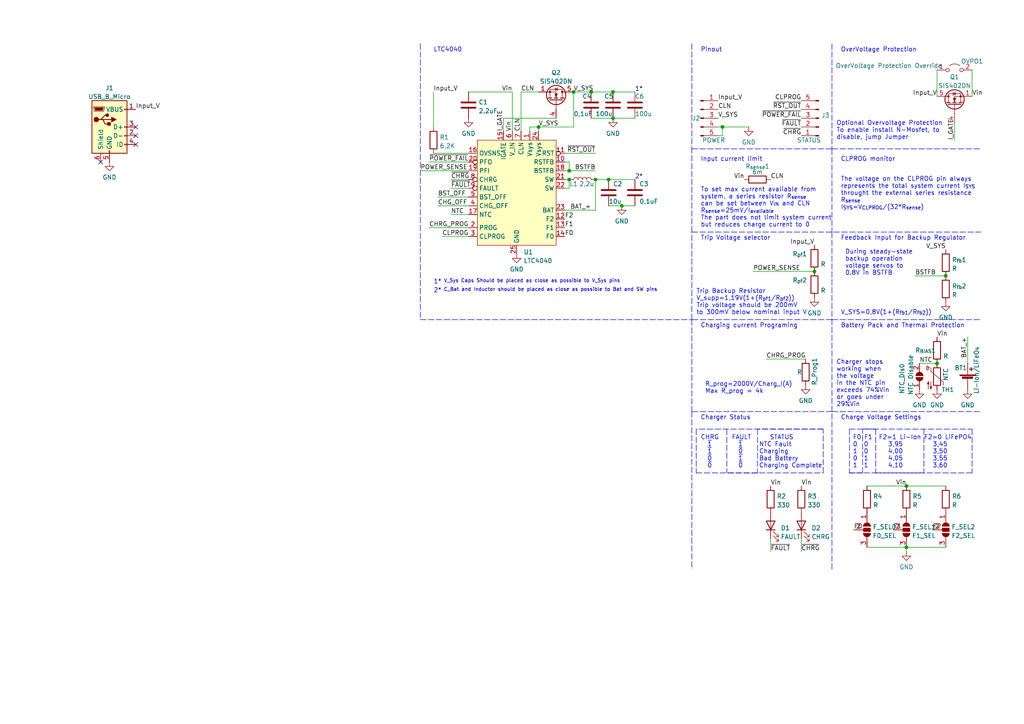
<source format=kicad_sch>
(kicad_sch (version 20211123) (generator eeschema)
  (paper "A4")
  (title_block (title "3,5 V to 5,5 V DC UPS LTC4040") (date "2022-02-22") (rev "1"))
  (lib_symbols
    (symbol "Analog_Devices:LTC4040"
      (property "Reference" "U" (at 0 2.54 0))
      (property "Value" "LTC4040" (at 0 -6.35 0))
      (symbol "LTC4040_0_1"
        (rectangle (start -11.43 15.24) (end 11.43 -15.24) (stroke (width 0.1524)) (fill (type background)))
      )
      (symbol "LTC4040_1_1"
        (pin output line (at 3.81 17.78 270) (length 2.54) (name "Vsys") (number "1"))
        (pin input line (at 13.97 8.89 180) (length 2.54) (name "RSTFB") (number "10"))
        (pin open_collector inverted (at 13.97 11.43 180) (length 2.54) (name "RST") (number "11"))
        (pin passive line (at 13.97 -7.62 180) (length 2.54) (name "F2") (number "12"))
        (pin passive line (at 13.97 -10.16 180) (length 2.54) (name "F1") (number "13"))
        (pin passive line (at 13.97 -12.7 180) (length 2.54) (name "F0") (number "14"))
        (pin output line (at -3.81 17.78 270) (length 2.54) (name "IGATE") (number "15"))
        (pin input line (at -13.97 11.43 0) (length 2.54) (name "OVSNS") (number "16"))
        (pin input line (at -13.97 -6.35 0) (length 2.54) (name "NTC") (number "17"))
        (pin input line (at 13.97 6.35 180) (length 2.54) (name "BSTFB") (number "18"))
        (pin input line (at -13.97 6.35 0) (length 2.54) (name "PFI") (number "19"))
        (pin input line (at -13.97 -10.16 0) (length 2.54) (name "PROG") (number "2"))
        (pin output inverted (at -13.97 8.89 0) (length 2.54) (name "PFO") (number "20"))
        (pin output line (at 13.97 3.81 180) (length 2.54) (name "SW") (number "21"))
        (pin output line (at 13.97 1.27 180) (length 2.54) (name "SW") (number "22"))
        (pin bidirectional line (at 13.97 -5.08 180) (length 2.54) (name "BAT") (number "23"))
        (pin output line (at 6.35 17.78 270) (length 2.54) (name "Vsys") (number "24"))
        (pin passive line (at 0 -17.78 90) (length 2.54) (name "GND") (number "25"))
        (pin input line (at -13.97 -12.7 0) (length 2.54) (name "CLPROG") (number "3"))
        (pin input line (at -13.97 -3.81 0) (length 2.54) (name "CHG_OFF") (number "4"))
        (pin input line (at -13.97 -1.27 0) (length 2.54) (name "BST_OFF") (number "5"))
        (pin power_in line (at -1.27 17.78 270) (length 2.54) (name "V_IN") (number "6"))
        (pin passive line (at 1.27 17.78 270) (length 2.54) (name "CLN") (number "7"))
        (pin open_collector inverted (at -13.97 3.81 0) (length 2.54) (name "CHRG") (number "8"))
        (pin open_collector inverted (at -13.97 1.27 0) (length 2.54) (name "FAULT") (number "9"))
      )
    )
    (symbol "Connector:Conn_01x05_Male" (pin_names (offset 1.016) hide)
      (property "Reference" "J" (at 0 7.62 0))
      (property "Value" "Conn_01x05_Male" (at 0 -7.62 0))
      (symbol "Conn_01x05_Male_1_1"
        (polyline (pts (xy 1.27 -5.08) (xy 0.8636 -5.08)) (stroke (width 0.1524)))
        (polyline (pts (xy 1.27 -2.54) (xy 0.8636 -2.54)) (stroke (width 0.1524)))
        (polyline (pts (xy 1.27 0) (xy 0.8636 0)) (stroke (width 0.1524)))
        (polyline (pts (xy 1.27 2.54) (xy 0.8636 2.54)) (stroke (width 0.1524)))
        (polyline (pts (xy 1.27 5.08) (xy 0.8636 5.08)) (stroke (width 0.1524)))
        (rectangle (start 0.8636 -4.953) (end 0 -5.207) (stroke (width 0.1524)) (fill (type outline)))
        (rectangle (start 0.8636 -2.413) (end 0 -2.667) (stroke (width 0.1524)) (fill (type outline)))
        (rectangle (start 0.8636 0.127) (end 0 -0.127) (stroke (width 0.1524)) (fill (type outline)))
        (rectangle (start 0.8636 2.667) (end 0 2.413) (stroke (width 0.1524)) (fill (type outline)))
        (rectangle (start 0.8636 5.207) (end 0 4.953) (stroke (width 0.1524)) (fill (type outline)))
        (pin passive line (at 5.08 5.08 180) (length 3.81) (name "Pin_1") (number "1"))
        (pin passive line (at 5.08 2.54 180) (length 3.81) (name "Pin_2") (number "2"))
        (pin passive line (at 5.08 0 180) (length 3.81) (name "Pin_3") (number "3"))
        (pin passive line (at 5.08 -2.54 180) (length 3.81) (name "Pin_4") (number "4"))
        (pin passive line (at 5.08 -5.08 180) (length 3.81) (name "Pin_5") (number "5"))
      )
    )
    (symbol "Connector:USB_B_Micro" (pin_names (offset 1.016))
      (property "Reference" "J" (at -5.08 11.43 0))
      (property "Value" "USB_B_Micro" (at -5.08 8.89 0))
      (symbol "USB_B_Micro_0_1"
        (rectangle (start -5.08 -7.62) (end 5.08 7.62) (stroke (width 0.254)) (fill (type background)))
        (circle (center -3.81 2.159) (radius 0.635) (stroke (width 0.254)) (fill (type outline)))
        (circle (center -0.635 3.429) (radius 0.381) (stroke (width 0.254)) (fill (type outline)))
        (rectangle (start -0.127 -7.62) (end 0.127 -6.858))
        (polyline (pts (xy -1.905 2.159) (xy 0.635 2.159)) (stroke (width 0.254)))
        (polyline (pts (xy -3.175 2.159) (xy -2.54 2.159) (xy -1.27 3.429) (xy -0.635 3.429)) (stroke (width 0.254)))
        (polyline (pts (xy -2.54 2.159) (xy -1.905 2.159) (xy -1.27 0.889) (xy 0 0.889)) (stroke (width 0.254)))
        (polyline (pts (xy 0.635 2.794) (xy 0.635 1.524) (xy 1.905 2.159) (xy 0.635 2.794)) (stroke (width 0.254)) (fill (type outline)))
        (polyline (pts (xy -4.318 5.588) (xy -1.778 5.588) (xy -2.032 4.826) (xy -4.064 4.826) (xy -4.318 5.588)) (fill (type outline)))
        (polyline (pts (xy -4.699 5.842) (xy -4.699 5.588) (xy -4.445 4.826) (xy -4.445 4.572) (xy -1.651 4.572) (xy -1.651 4.826) (xy -1.397 5.588) (xy -1.397 5.842) (xy -4.699 5.842)))
        (rectangle (start 0.254 1.27) (end -0.508 0.508) (stroke (width 0.254)) (fill (type outline)))
        (rectangle (start 5.08 -5.207) (end 4.318 -4.953))
        (rectangle (start 5.08 -2.667) (end 4.318 -2.413))
        (rectangle (start 5.08 -0.127) (end 4.318 0.127))
        (rectangle (start 5.08 4.953) (end 4.318 5.207))
      )
      (symbol "USB_B_Micro_1_1"
        (pin power_out line (at 7.62 5.08 180) (length 2.54) (name "VBUS") (number "1"))
        (pin bidirectional line (at 7.62 -2.54 180) (length 2.54) (name "D-") (number "2"))
        (pin bidirectional line (at 7.62 0 180) (length 2.54) (name "D+") (number "3"))
        (pin passive line (at 7.62 -5.08 180) (length 2.54) (name "ID") (number "4"))
        (pin power_out line (at 0 -10.16 90) (length 2.54) (name "GND") (number "5"))
        (pin passive line (at -2.54 -10.16 90) (length 2.54) (name "Shield") (number "6"))
      )
    )
    (symbol "Device:Battery_Cell" (pin_numbers hide) (pin_names (offset 0) hide)
      (property "Reference" "BT" (at 2.54 2.54 0))
      (property "Value" "Battery_Cell" (at 2.54 0 0))
      (symbol "Battery_Cell_0_1"
        (rectangle (start -2.286 1.778) (end 2.286 1.524) (fill (type outline)))
        (rectangle (start -1.5748 1.1938) (end 1.4732 0.6858) (fill (type outline)))
        (polyline (pts (xy 0 0.762) (xy 0 0)))
        (polyline (pts (xy 0 1.778) (xy 0 2.54)))
        (polyline (pts (xy 0.508 3.429) (xy 1.524 3.429)) (stroke (width 0.254)))
        (polyline (pts (xy 1.016 3.937) (xy 1.016 2.921)) (stroke (width 0.254)))
      )
      (symbol "Battery_Cell_1_1"
        (pin passive line (at 0 5.08 270) (length 2.54) (name "+") (number "1"))
        (pin passive line (at 0 -2.54 90) (length 2.54) (name "-") (number "2"))
      )
    )
    (symbol "Device:C" (pin_numbers hide) (pin_names (offset 0.254))
      (property "Reference" "C" (at 0.635 2.54 0))
      (property "Value" "C" (at 0.635 -2.54 0))
      (symbol "C_0_1"
        (polyline (pts (xy -2.032 -0.762) (xy 2.032 -0.762)) (stroke (width 0.508)))
        (polyline (pts (xy -2.032 0.762) (xy 2.032 0.762)) (stroke (width 0.508)))
      )
      (symbol "C_1_1"
        (pin passive line (at 0 3.81 270) (length 2.794) (name "~") (number "1"))
        (pin passive line (at 0 -3.81 90) (length 2.794) (name "~") (number "2"))
      )
    )
    (symbol "Device:L" (pin_numbers hide) (pin_names (offset 1.016) hide)
      (property "Reference" "L" (at -1.27 0 90))
      (property "Value" "L" (at 1.905 0 90))
      (symbol "L_0_1"
        (arc (start 0 -2.54) (mid 0.635 -1.905) (end 0 -1.27))
        (arc (start 0 -1.27) (mid 0.635 -0.635) (end 0 0))
        (arc (start 0 0) (mid 0.635 0.635) (end 0 1.27))
        (arc (start 0 1.27) (mid 0.635 1.905) (end 0 2.54))
      )
      (symbol "L_1_1"
        (pin passive line (at 0 3.81 270) (length 1.27) (name "1") (number "1"))
        (pin passive line (at 0 -3.81 90) (length 1.27) (name "2") (number "2"))
      )
    )
    (symbol "Device:LED" (pin_numbers hide) (pin_names (offset 1.016) hide)
      (property "Reference" "D" (at 0 2.54 0))
      (property "Value" "LED" (at 0 -2.54 0))
      (symbol "LED_0_1"
        (polyline (pts (xy -1.27 -1.27) (xy -1.27 1.27)) (stroke (width 0.254)))
        (polyline (pts (xy -1.27 0) (xy 1.27 0)))
        (polyline (pts (xy 1.27 -1.27) (xy 1.27 1.27) (xy -1.27 0) (xy 1.27 -1.27)) (stroke (width 0.254)))
        (polyline (pts (xy -3.048 -0.762) (xy -4.572 -2.286) (xy -3.81 -2.286) (xy -4.572 -2.286) (xy -4.572 -1.524)))
        (polyline (pts (xy -1.778 -0.762) (xy -3.302 -2.286) (xy -2.54 -2.286) (xy -3.302 -2.286) (xy -3.302 -1.524)))
      )
      (symbol "LED_1_1"
        (pin passive line (at -3.81 0 0) (length 2.54) (name "K") (number "1"))
        (pin passive line (at 3.81 0 180) (length 2.54) (name "A") (number "2"))
      )
    )
    (symbol "Device:R" (pin_numbers hide) (pin_names (offset 0))
      (property "Reference" "R" (at 2.032 0 90))
      (property "Value" "R" (at 0 0 90))
      (symbol "R_0_1"
        (rectangle (start -1.016 -2.54) (end 1.016 2.54) (stroke (width 0.254)))
      )
      (symbol "R_1_1"
        (pin passive line (at 0 3.81 270) (length 1.27) (name "~") (number "1"))
        (pin passive line (at 0 -3.81 90) (length 1.27) (name "~") (number "2"))
      )
    )
    (symbol "Device:Thermistor_NTC" (pin_numbers hide) (pin_names (offset 0))
      (property "Reference" "TH" (at -4.445 0 90))
      (property "Value" "Thermistor_NTC" (at 3.175 0 90))
      (symbol "Thermistor_NTC_0_1"
        (arc (start -3.048 2.159) (mid -3.0505 2.3165) (end -3.175 2.413))
        (arc (start -3.048 2.159) (mid -2.9736 1.9794) (end -2.794 1.905))
        (arc (start -3.048 2.794) (mid -2.9736 2.6144) (end -2.794 2.54))
        (arc (start -2.794 1.905) (mid -2.6144 1.9794) (end -2.54 2.159))
        (arc (start -2.794 2.54) (mid -2.434 2.5608) (end -2.159 2.794))
        (arc (start -2.794 3.048) (mid -2.9736 2.9736) (end -3.048 2.794))
        (arc (start -2.54 2.794) (mid -2.6144 2.9736) (end -2.794 3.048))
        (rectangle (start -1.016 2.54) (end 1.016 -2.54) (stroke (width 0.254)))
        (polyline (pts (xy -2.54 2.159) (xy -2.54 2.794)))
        (polyline (pts (xy -1.778 2.54) (xy -1.778 1.524) (xy 1.778 -1.524) (xy 1.778 -2.54)))
        (polyline (pts (xy -2.54 -3.683) (xy -2.54 -1.397) (xy -2.794 -2.159) (xy -2.286 -2.159) (xy -2.54 -1.397) (xy -2.54 -1.651)) (fill (type outline)))
        (polyline (pts (xy -1.778 -1.397) (xy -1.778 -3.683) (xy -2.032 -2.921) (xy -1.524 -2.921) (xy -1.778 -3.683) (xy -1.778 -3.429)) (fill (type outline)))
      )
      (symbol "Thermistor_NTC_1_1"
        (pin passive line (at 0 3.81 270) (length 1.27) (name "~") (number "1"))
        (pin passive line (at 0 -3.81 90) (length 1.27) (name "~") (number "2"))
      )
    )
    (symbol "Jumper:Jumper_2_Open" (pin_names (offset 0) hide)
      (property "Reference" "JP" (at 0 2.794 0))
      (property "Value" "Jumper_2_Open" (at 0 -2.286 0))
      (symbol "Jumper_2_Open_0_0"
        (circle (center -2.032 0) (radius 0.508))
        (circle (center 2.032 0) (radius 0.508))
      )
      (symbol "Jumper_2_Open_0_1"
        (arc (start 1.524 1.27) (mid 0 1.778) (end -1.524 1.27))
      )
      (symbol "Jumper_2_Open_1_1"
        (pin passive line (at -5.08 0 0) (length 2.54) (name "A") (number "1"))
        (pin passive line (at 5.08 0 180) (length 2.54) (name "B") (number "2"))
      )
    )
    (symbol "Jumper:SolderJumper_2_Open" (pin_names (offset 0) hide)
      (property "Reference" "JP" (at 0 2.032 0))
      (property "Value" "SolderJumper_2_Open" (at 0 -2.54 0))
      (symbol "SolderJumper_2_Open_0_1"
        (arc (start -0.254 1.016) (mid -1.27 0) (end -0.254 -1.016))
        (arc (start -0.254 1.016) (mid -1.27 0) (end -0.254 -1.016) (fill (type outline)))
        (polyline (pts (xy -0.254 1.016) (xy -0.254 -1.016)))
        (polyline (pts (xy 0.254 1.016) (xy 0.254 -1.016)))
        (arc (start 0.254 -1.016) (mid 1.27 0) (end 0.254 1.016))
        (arc (start 0.254 -1.016) (mid 1.27 0) (end 0.254 1.016) (fill (type outline)))
      )
      (symbol "SolderJumper_2_Open_1_1"
        (pin passive line (at -3.81 0 0) (length 2.54) (name "A") (number "1"))
        (pin passive line (at 3.81 0 180) (length 2.54) (name "B") (number "2"))
      )
    )
    (symbol "Jumper:SolderJumper_3_Open" (pin_names (offset 0) hide)
      (property "Reference" "JP" (at -2.54 -2.54 0))
      (property "Value" "SolderJumper_3_Open" (at 0 2.794 0))
      (symbol "SolderJumper_3_Open_0_1"
        (arc (start -1.016 1.016) (mid -2.032 0) (end -1.016 -1.016))
        (arc (start -1.016 1.016) (mid -2.032 0) (end -1.016 -1.016) (fill (type outline)))
        (rectangle (start -0.508 1.016) (end 0.508 -1.016) (fill (type outline)))
        (polyline (pts (xy -2.54 0) (xy -2.032 0)))
        (polyline (pts (xy -1.016 1.016) (xy -1.016 -1.016)))
        (polyline (pts (xy 0 -1.27) (xy 0 -1.016)))
        (polyline (pts (xy 1.016 1.016) (xy 1.016 -1.016)))
        (polyline (pts (xy 2.54 0) (xy 2.032 0)))
        (arc (start 1.016 -1.016) (mid 2.032 0) (end 1.016 1.016))
        (arc (start 1.016 -1.016) (mid 2.032 0) (end 1.016 1.016) (fill (type outline)))
      )
      (symbol "SolderJumper_3_Open_1_1"
        (pin passive line (at -5.08 0 0) (length 2.54) (name "A") (number "1"))
        (pin passive line (at 0 -3.81 90) (length 2.54) (name "C") (number "2"))
        (pin passive line (at 5.08 0 180) (length 2.54) (name "B") (number "3"))
      )
    )
    (symbol "Transistor_FET:SiS454DN" (pin_names hide)
      (property "Reference" "Q" (at 5.08 1.905 0))
      (property "Value" "SiS454DN" (at 5.08 0 0))
      (symbol "SiS454DN_0_1"
        (polyline (pts (xy 0.254 0) (xy -2.54 0)))
        (polyline (pts (xy 0.254 1.905) (xy 0.254 -1.905)) (stroke (width 0.254)))
        (polyline (pts (xy 0.762 -1.27) (xy 0.762 -2.286)) (stroke (width 0.254)))
        (polyline (pts (xy 0.762 0.508) (xy 0.762 -0.508)) (stroke (width 0.254)))
        (polyline (pts (xy 0.762 2.286) (xy 0.762 1.27)) (stroke (width 0.254)))
        (polyline (pts (xy 2.54 2.54) (xy 2.54 1.778)))
        (polyline (pts (xy 2.54 -2.54) (xy 2.54 0) (xy 0.762 0)))
        (polyline (pts (xy 0.762 -1.778) (xy 3.302 -1.778) (xy 3.302 1.778) (xy 0.762 1.778)))
        (polyline (pts (xy 1.016 0) (xy 2.032 0.381) (xy 2.032 -0.381) (xy 1.016 0)) (fill (type outline)))
        (polyline (pts (xy 2.794 0.508) (xy 2.921 0.381) (xy 3.683 0.381) (xy 3.81 0.254)))
        (polyline (pts (xy 3.302 0.381) (xy 2.921 -0.254) (xy 3.683 -0.254) (xy 3.302 0.381)))
        (circle (center 1.651 0) (radius 2.794) (stroke (width 0.254)))
        (circle (center 2.54 -1.778) (radius 0.254) (fill (type outline)))
        (circle (center 2.54 1.778) (radius 0.254) (fill (type outline)))
      )
      (symbol "SiS454DN_1_1"
        (pin passive line (at 2.54 -5.08 90) (length 2.54) (name "S") (number "1"))
        (pin passive line (at 2.54 -5.08 90) (length 2.54) hide (name "S") (number "2"))
        (pin passive line (at 2.54 -5.08 90) (length 2.54) hide (name "S") (number "3"))
        (pin input line (at -5.08 0 0) (length 2.54) (name "G") (number "4"))
        (pin passive line (at 2.54 5.08 270) (length 2.54) (name "D") (number "5"))
      )
    )
    (symbol "power:GND" (power) (pin_names (offset 0))
      (property "Value" "GND" (at 0 -3.81 0))
      (symbol "GND_0_1"
        (polyline (pts (xy 0 0) (xy 0 -1.27) (xy 1.27 -1.27) (xy 0 -2.54) (xy -1.27 -1.27) (xy 0 -1.27)))
      )
      (symbol "GND_1_1"
        (pin power_in line (at 0 0 270) (length 0) hide (name "GND") (number "1"))
      )
    )
  )
  (junction (at 180.34 59.69))
  (junction (at 156.21 36.83))
  (junction (at 209.55 36.83))
  (junction (at 165.1 52.07))
  (junction (at 166.37 26.67))
  (junction (at 274.32 80.01))
  (junction (at 165.1 49.53))
  (junction (at 271.78 105.41))
  (junction (at 176.53 52.07))
  (junction (at 177.8 34.29))
  (junction (at 262.89 158.75))
  (junction (at 236.22 78.74))
  (junction (at 262.89 140.97))
  (junction (at 177.8 26.67))
  (junction (at 171.45 26.67))
  (junction (at 172.72 52.07))
  (no_connect (at 39.37 36.83))
  (no_connect (at 39.37 39.37))
  (no_connect (at 29.21 46.99))
  (no_connect (at 39.37 41.91))
  (wire (pts (xy 156.21 36.83) (xy 166.37 36.83)))
  (polyline (pts (xy 200.66 67.31) (xy 284.48 67.31)))
  (polyline (pts (xy 246.38 137.16) (xy 250.19 137.16)))
  (wire (pts (xy 128.27 68.58) (xy 135.89 68.58)))
  (polyline (pts (xy 241.3 12.7) (xy 241.3 43.18)))
  (wire (pts (xy 209.55 36.83) (xy 209.55 39.37)))
  (polyline (pts (xy 200.66 67.31) (xy 200.66 43.18)))
  (polyline (pts (xy 241.3 92.71) (xy 284.48 92.71)))
  (polyline (pts (xy 241.3 119.38) (xy 241.3 92.71)))
  (wire (pts (xy 166.37 26.67) (xy 166.37 36.83)))
  (wire (pts (xy 125.73 44.45) (xy 135.89 44.45)))
  (wire (pts (xy 171.45 34.29) (xy 177.8 34.29)))
  (polyline (pts (xy 200.66 119.38) (xy 200.66 165.1)))
  (polyline (pts (xy 246.38 124.46) (xy 281.94 124.46)))
  (polyline (pts (xy 250.19 124.46) (xy 254 124.46)))
  (wire (pts (xy 280.67 97.79) (xy 280.67 105.41)))
  (wire (pts (xy 165.1 49.53) (xy 172.72 49.53)))
  (wire (pts (xy 127 59.69) (xy 135.89 59.69)))
  (wire (pts (xy 146.05 34.29) (xy 161.29 34.29)))
  (polyline (pts (xy 250.19 137.16) (xy 250.19 124.46)))
  (wire (pts (xy 130.81 52.07) (xy 135.89 52.07)))
  (wire (pts (xy 151.13 26.67) (xy 151.13 38.1)))
  (polyline (pts (xy 238.76 124.46) (xy 201.93 124.46)))
  (wire (pts (xy 130.81 62.23) (xy 135.89 62.23)))
  (polyline (pts (xy 281.94 124.46) (xy 281.94 137.16)))
  (wire (pts (xy 251.46 158.75) (xy 262.89 158.75)))
  (wire (pts (xy 127 57.15) (xy 135.89 57.15)))
  (polyline (pts (xy 246.38 124.46) (xy 246.38 137.16)))
  (wire (pts (xy 124.46 46.99) (xy 135.89 46.99)))
  (polyline (pts (xy 121.92 92.71) (xy 135.89 92.71)))
  (polyline (pts (xy 201.93 137.16) (xy 238.76 137.16)))
  (wire (pts (xy 166.37 26.67) (xy 171.45 26.67)))
  (wire (pts (xy 262.89 140.97) (xy 274.32 140.97)))
  (polyline (pts (xy 238.76 124.46) (xy 219.71 124.46)))
  (wire (pts (xy 177.8 34.29) (xy 184.15 34.29)))
  (wire (pts (xy 218.44 78.74) (xy 236.22 78.74)))
  (wire (pts (xy 163.83 49.53) (xy 165.1 49.53)))
  (polyline (pts (xy 219.71 137.16) (xy 210.82 137.16)))
  (wire (pts (xy 271.78 20.32) (xy 271.78 27.94)))
  (polyline (pts (xy 200.66 43.18) (xy 241.3 43.18)))
  (wire (pts (xy 172.72 52.07) (xy 172.72 60.96)))
  (wire (pts (xy 153.67 36.83) (xy 156.21 36.83)))
  (polyline (pts (xy 254 124.46) (xy 254 137.16)))
  (wire (pts (xy 163.83 46.99) (xy 165.1 46.99)))
  (wire (pts (xy 223.52 156.21) (xy 223.52 160.02)))
  (wire (pts (xy 266.7 105.41) (xy 271.78 105.41)))
  (polyline (pts (xy 254 137.16) (xy 267.97 137.16)))
  (wire (pts (xy 163.83 44.45) (xy 172.72 44.45)))
  (polyline (pts (xy 241.3 43.18) (xy 284.48 43.18)))
  (wire (pts (xy 172.72 52.07) (xy 176.53 52.07)))
  (polyline (pts (xy 241.3 43.18) (xy 241.3 67.31)))
  (wire (pts (xy 222.25 104.14) (xy 233.68 104.14)))
  (wire (pts (xy 209.55 39.37) (xy 208.28 39.37)))
  (wire (pts (xy 124.46 66.04) (xy 135.89 66.04)))
  (wire (pts (xy 176.53 52.07) (xy 184.15 52.07)))
  (wire (pts (xy 209.55 36.83) (xy 217.17 36.83)))
  (polyline (pts (xy 241.3 119.38) (xy 284.48 119.38)))
  (polyline (pts (xy 210.82 124.46) (xy 210.82 137.16)))
  (wire (pts (xy 208.28 36.83) (xy 209.55 36.83)))
  (wire (pts (xy 176.53 59.69) (xy 180.34 59.69)))
  (wire (pts (xy 163.83 60.96) (xy 172.72 60.96)))
  (wire (pts (xy 125.73 26.67) (xy 125.73 36.83)))
  (polyline (pts (xy 241.3 67.31) (xy 241.3 92.71)))
  (polyline (pts (xy 267.97 124.46) (xy 267.97 137.16)))
  (polyline (pts (xy 135.89 92.71) (xy 200.66 92.71)))
  (wire (pts (xy 251.46 140.97) (xy 262.89 140.97)))
  (wire (pts (xy 121.92 49.53) (xy 135.89 49.53)))
  (wire (pts (xy 232.41 156.21) (xy 232.41 160.02)))
  (polyline (pts (xy 241.3 92.71) (xy 200.66 92.71)))
  (wire (pts (xy 171.45 26.67) (xy 177.8 26.67)))
  (polyline (pts (xy 238.76 137.16) (xy 238.76 124.46)))
  (polyline (pts (xy 121.92 12.7) (xy 121.92 92.71)))
  (polyline (pts (xy 241.3 165.1) (xy 241.3 119.38)))
  (wire (pts (xy 262.89 158.75) (xy 262.89 160.02)))
  (wire (pts (xy 148.59 26.67) (xy 148.59 38.1)))
  (wire (pts (xy 165.1 52.07) (xy 165.1 54.61)))
  (wire (pts (xy 148.59 26.67) (xy 135.89 26.67)))
  (polyline (pts (xy 281.94 137.16) (xy 246.38 137.16)))
  (polyline (pts (xy 241.3 119.38) (xy 200.66 119.38)))
  (polyline (pts (xy 219.71 124.46) (xy 219.71 137.16)))
  (wire (pts (xy 146.05 34.29) (xy 146.05 38.1)))
  (wire (pts (xy 177.8 26.67) (xy 184.15 26.67)))
  (polyline (pts (xy 200.66 92.71) (xy 200.66 67.31)))
  (wire (pts (xy 262.89 158.75) (xy 274.32 158.75)))
  (wire (pts (xy 276.86 35.56) (xy 276.86 40.64)))
  (wire (pts (xy 165.1 54.61) (xy 163.83 54.61)))
  (wire (pts (xy 265.43 80.01) (xy 274.32 80.01)))
  (wire (pts (xy 151.13 26.67) (xy 156.21 26.67)))
  (polyline (pts (xy 200.66 92.71) (xy 200.66 119.38)))
  (polyline (pts (xy 200.66 12.7) (xy 200.66 43.18)))
  (wire (pts (xy 165.1 46.99) (xy 165.1 49.53)))
  (wire (pts (xy 163.83 52.07) (xy 165.1 52.07)))
  (wire (pts (xy 156.21 36.83) (xy 156.21 38.1)))
  (wire (pts (xy 130.81 54.61) (xy 135.89 54.61)))
  (polyline (pts (xy 201.93 124.46) (xy 201.93 137.16)))
  (wire (pts (xy 153.67 38.1) (xy 153.67 36.83)))
  (wire (pts (xy 180.34 59.69) (xy 184.15 59.69)))
  (wire (pts (xy 281.94 20.32) (xy 281.94 27.94)))
  (text "To set max current avaliable from \nsystem, a series resistor R_{sense}\ncan be set between V_{IN} and CLN\nR_{sense}=25mV/I_{avaliable}\nThe part does not limit system current\nbut reduces charge current to 0" (at 203.2 66.04 0) (effects (font (size 1.27 1.27)) (justify left bottom)))
  (text "1*" (at 184.15 26.67 0) (effects (font (size 1.27 1.27)) (justify left bottom)))
  (text "Charging current Programing" (at 203.2 95.25 0) (effects (font (size 1.27 1.27)) (justify left bottom)))
  (text "Charger stops \nworking when \nthe voltage\nin the NTC pin\nexceeds 74%Vin\nor goes under \n29%Vin" (at 242.57 118.11 0) (effects (font (size 1.27 1.27)) (justify left bottom)))
  (text "CHRG    FAULT	STATUS\n  ~{1}        ~{1}     NTC Fault\n  ~{1}        ~{0}     Charging\n  ~{0}        ~{1}     Bad Battery\n  ~{0}        ~{0}     Charging Complete" (at 203.2 135.89 0) (effects (font (size 1.27 1.27)) (justify left bottom)))
  (text "During steady-state \nbackup operation \nvoltage servos to \n0.8V in BSTFB" (at 245.11 80.01 0) (effects (font (size 1.27 1.27)) (justify left bottom)))
  (text " F0 F1  F2=1 Li-Ion F2=0 LiFePO4\n 0  0      3,95         3,45\n 1  0      4,00         3,50\n 0  1      4,05         3,55\n 1  1      4,10         3,60" (at 246.38 135.89 0) (effects (font (size 1.27 1.27)) (justify left bottom)))
  (text "1*^{ V_Sys Caps Should be placed as close as possible to V_Sys pins}" (at 125.73 82.55 0) (effects (font (size 1.27 1.27)) (justify left bottom)))
  (text "Charge Voltage Settings" (at 243.84 121.92 0) (effects (font (size 1.27 1.27)) (justify left bottom)))
  (text "Input current limit" (at 203.2 46.99 0) (effects (font (size 1.27 1.27)) (justify left bottom)))
  (text "Charger Status" (at 203.2 121.92 0) (effects (font (size 1.27 1.27)) (justify left bottom)))
  (text "V_SYS=0,8V(1+(R_{fb1}/R_{fb2}))" (at 243.84 91.44 0) (effects (font (size 1.27 1.27)) (justify left bottom)))
  (text "Trip Voltage selector" (at 203.2 69.85 0) (effects (font (size 1.27 1.27)) (justify left bottom)))
  (text "Optional Overvoltage Protection\nTo enable install N-Mosfet, to\ndisable, jump Jumper" (at 242.57 40.64 0) (effects (font (size 1.27 1.27)) (justify left bottom)))
  (text "LTC4040" (at 125.73 15.24 0) (effects (font (size 1.27 1.27)) (justify left bottom)))
  (text "CLPROG monitor" (at 243.84 46.99 0) (effects (font (size 1.27 1.27)) (justify left bottom)))
  (text "Trip Backup Resistor\nV_supp=1,19V(1+(R_{pf1}/R_{pf2}))\nTrip voltage should be 200mV\nto 300mV below nominal input V" (at 201.93 91.44 0) (effects (font (size 1.27 1.27)) (justify left bottom)))
  (text "Battery Pack and Thermal Protection" (at 243.84 95.25 0) (effects (font (size 1.27 1.27)) (justify left bottom)))
  (text "The voltage on the CLPROG pin always\nrepresents the total system current I_{SYS}\nthrought the external series resistance \nR_{sense}\nI_{SYS}=V_{CLPROG}/(32*R_{sense})\n" (at 243.84 60.96 0) (effects (font (size 1.27 1.27)) (justify left bottom)))
  (text "Feedback Input for Backup Regulator" (at 243.84 69.85 0) (effects (font (size 1.27 1.27)) (justify left bottom)))
  (text "2*^{ C_Bat and Inductor should be placed as close as possible to Bat and SW pins}" (at 125.73 85.09 0) (effects (font (size 1.27 1.27)) (justify left bottom)))
  (text "2*" (at 184.15 52.07 0) (effects (font (size 1.27 1.27)) (justify left bottom)))
  (text "Pinout" (at 203.2 15.24 0) (effects (font (size 1.27 1.27)) (justify left bottom)))
  (text "OverVoltage Protection" (at 243.84 15.24 0) (effects (font (size 1.27 1.27)) (justify left bottom)))
  (text "R_prog=2000V/Charg_I(A)\nMax R_prog = 4k" (at 204.47 114.3 0) (effects (font (size 1.27 1.27)) (justify left bottom)))
  (label "F0" (at 163.83 68.58 0))
  (label "CLPROG" (at 232.41 29.21 180))
  (label "CHG_OFF" (at 127 59.69 0))
  (label "V_SYS" (at 166.37 26.67 0))
  (label "Input_V" (at 125.73 26.67 0))
  (label "Vin" (at 271.78 97.79 0))
  (label "BAT_+" (at 171.45 60.96 180))
  (label "V_SYS" (at 208.28 34.29 0))
  (label "Vin" (at 148.59 26.67 180))
  (label "Vin" (at 232.41 140.97 0))
  (label "BST_OFF" (at 127 57.15 0))
  (label "CLPROG" (at 128.27 68.58 0))
  (label "Input_V" (at 236.22 71.12 180))
  (label "Vin" (at 148.59 38.1 90))
  (label "F1" (at 259.08 153.67 0))
  (label "POWER_SENSE" (at 218.44 78.74 0))
  (label "Vin" (at 281.94 27.94 0))
  (label "CLN" (at 151.13 38.1 90))
  (label "Vin" (at 223.52 140.97 0))
  (label "Input_V" (at 39.37 31.75 0))
  (label "BSTFB" (at 172.72 49.53 180))
  (label "F2" (at 270.51 153.67 0))
  (label "BAT_+" (at 280.67 97.79 270))
  (label "Vin" (at 215.9 52.07 180))
  (label "F2" (at 163.83 63.5 0))
  (label "~{FAULT}" (at 223.52 160.02 0))
  (label "~{CHRG}" (at 130.81 52.07 0))
  (label "~{CHRG}" (at 232.41 39.37 180))
  (label "Input_V" (at 208.28 29.21 0))
  (label "V_SYS" (at 156.21 36.83 0))
  (label "CLN" (at 151.13 26.67 0))
  (label "BSTFB" (at 265.43 80.01 0))
  (label "CLN" (at 223.52 52.07 0))
  (label "~{CHRG}" (at 232.41 160.02 0))
  (label "I_GATE" (at 276.86 40.64 90))
  (label "V_SYS" (at 274.32 72.39 180))
  (label "POWER_SENSE" (at 121.92 49.53 0))
  (label "~{RST_OUT}" (at 172.72 44.45 180))
  (label "~{FAULT}" (at 232.41 36.83 180))
  (label "Vin" (at 262.89 140.97 180))
  (label "NTC" (at 130.81 62.23 0))
  (label "CHRG_PROG" (at 222.25 104.14 0))
  (label "I_GATE" (at 146.05 38.1 90))
  (label "~{POWER_FAIL}" (at 124.46 46.99 0))
  (label "F1" (at 163.83 66.04 0))
  (label "F0" (at 247.65 153.67 0))
  (label "CHRG_PROG" (at 124.46 66.04 0))
  (label "~{POWER_FAIL}" (at 232.41 34.29 180))
  (label "CLN" (at 208.28 31.75 0))
  (label "~{FAULT}" (at 130.81 54.61 0))
  (label "Input_V" (at 271.78 27.94 180))
  (label "~{RST_OUT}" (at 232.41 31.75 180))
  (label "NTC" (at 266.7 105.41 0))
  (symbol (lib_id "Device:R") (at 274.32 76.2 0) (unit 1)
    (property "Reference" "R_{fb}1" (at 276.098 75.3653 0) (effects (justify left)))
    (property "Value" "R" (at 276.098 77.9022 0) (effects (justify left)))
    (property "Footprint" "Resistor_SMD:R_1206_3216Metric_Pad1.30x1.75mm_HandSolder" (effects hide))
  )
  (symbol (lib_id "power:GND") (at 236.22 86.36 0) (unit 1)
    (property "Reference" "#PWR07" (effects hide))
    (property "Value" "GND" (at 236.22 90.8034 0))
  )
  (symbol (lib_id "Device:R") (at 274.32 144.78 0) (unit 1)
    (property "Reference" "R6" (at 276.098 143.9453 0) (effects (justify left)))
    (property "Value" "R" (at 276.098 146.4822 0) (effects (justify left)))
    (property "Footprint" "Resistor_SMD:R_1206_3216Metric_Pad1.30x1.75mm_HandSolder" (effects hide))
  )
  (symbol (lib_id "Device:C") (at 135.89 30.48 0) (unit 1)
    (property "Reference" "C1" (at 138.811 29.6453 0) (effects (justify left)))
    (property "Value" "2.2uF" (at 138.811 32.1822 0) (effects (justify left)))
    (property "Footprint" "Capacitor_SMD:C_0402_1005Metric_Pad0.74x0.62mm_HandSolder" (effects hide))
    (property "Datasheet" "https://lcsc.com/product-detail/Multilayer-Ceramic-Capacitors-MLCC-SMD-SMT_Samsung-Electro-Mechanics-CL05A225MP5NSNC_C444845.html" (effects hide))
  )
  (symbol (lib_id "Device:Battery_Cell") (at 280.67 110.49 0) (unit 1)
    (property "Reference" "BT1" (at 276.86 106.68 0) (effects (justify left)))
    (property "Value" "Li-Ion/LiFeO_{4}" (at 283.21 114.3 90) (effects (justify left)))
    (property "Footprint" "Battery:BatteryHolder_Keystone_1042_1x18650" (effects hide))
  )
  (symbol (lib_id "power:GND") (at 31.75 46.99 0) (unit 1)
    (property "Reference" "#PWR0103" (effects hide))
    (property "Value" "GND" (at 31.75 51.4334 0))
  )
  (symbol (lib_id "Device:R") (at 271.78 101.6 0) (unit 1)
    (property "Reference" "R_{BIAS}1" (at 265.43 101.6 0) (effects (justify left)))
    (property "Value" "R" (at 273.558 103.3022 0) (effects (justify left)))
    (property "Footprint" "Resistor_SMD:R_1206_3216Metric_Pad1.30x1.75mm_HandSolder" (effects hide))
  )
  (symbol (lib_id "Device:R") (at 125.73 40.64 0) (unit 1)
    (property "Reference" "R1" (at 127.508 39.8053 0) (effects (justify left)))
    (property "Value" "6,2K" (at 127.508 42.3422 0) (effects (justify left)))
    (property "Footprint" "Resistor_SMD:R_1206_3216Metric_Pad1.30x1.75mm_HandSolder" (effects hide))
  )
  (symbol (lib_id "power:GND") (at 149.86 73.66 0) (unit 1)
    (property "Reference" "#PWR02" (effects hide))
    (property "Value" "GND" (at 149.86 78.1034 0))
  )
  (symbol (lib_id "Jumper:SolderJumper_3_Open") (at 251.46 153.67 270) (unit 1)
    (property "Reference" "F_SEL0" (at 253.111 152.8353 90) (effects (justify left)))
    (property "Value" "F0_SEL" (at 253.111 155.3722 90) (effects (justify left)))
    (property "Footprint" "Jumper:SolderJumper-3_P1.3mm_Bridged2Bar12_RoundedPad1.0x1.5mm" (effects hide))
  )
  (symbol (lib_id "Device:R") (at 236.22 74.93 0) (unit 1)
    (property "Reference" "R_{pf}1" (at 229.87 73.66 0) (effects (justify left)))
    (property "Value" "R" (at 237.998 76.6322 0) (effects (justify left)))
    (property "Footprint" "Resistor_SMD:R_1206_3216Metric_Pad1.30x1.75mm_HandSolder" (effects hide))
  )
  (symbol (lib_id "power:GND") (at 233.68 111.76 0) (unit 1)
    (property "Reference" "#PWR010" (effects hide))
    (property "Value" "GND" (at 233.68 116.2034 0))
  )
  (symbol (lib_id "Device:C") (at 176.53 55.88 0) (unit 1)
    (property "Reference" "C2" (at 177.8 53.34 0) (effects (justify left)))
    (property "Value" "10u" (at 176.53 58.42 0) (effects (justify left)))
    (property "Footprint" "Capacitor_SMD:C_0402_1005Metric_Pad0.74x0.62mm_HandSolder" (effects hide))
  )
  (symbol (lib_id "power:GND") (at 177.8 34.29 0) (unit 1)
    (property "Reference" "#PWR0102" (effects hide))
    (property "Value" "GND" (at 177.8 38.7334 0))
  )
  (symbol (lib_id "power:GND") (at 262.89 160.02 0) (unit 1)
    (property "Reference" "#PWR08" (effects hide))
    (property "Value" "GND" (at 262.89 164.4634 0))
  )
  (symbol (lib_id "Jumper:Jumper_2_Open") (at 276.86 20.32 0) (unit 1)
    (property "Reference" "OVPO1" (at 281.94 17.78 0))
    (property "Value" "OverVoltage Protection Override" (at 257.81 19.05 0))
    (property "Footprint" "Jumper:SolderJumper-2_P1.3mm_Open_RoundedPad1.0x1.5mm" (effects hide))
  )
  (symbol (lib_id "Device:C") (at 171.45 30.48 0) (unit 1)
    (property "Reference" "C4" (at 168.91 27.94 0) (effects (justify left)))
    (property "Value" "0,1uF" (at 166.37 33.02 0) (effects (justify left)))
    (property "Footprint" "Capacitor_SMD:C_0402_1005Metric_Pad0.74x0.62mm_HandSolder" (effects hide))
  )
  (symbol (lib_id "Device:R") (at 262.89 144.78 0) (unit 1)
    (property "Reference" "R5" (at 264.668 143.9453 0) (effects (justify left)))
    (property "Value" "R" (at 264.668 146.4822 0) (effects (justify left)))
    (property "Footprint" "Resistor_SMD:R_1206_3216Metric_Pad1.30x1.75mm_HandSolder" (effects hide))
  )
  (symbol (lib_id "Device:L") (at 168.91 52.07 90) (unit 1)
    (property "Reference" "L1" (at 166.37 53.34 90))
    (property "Value" "2,2u" (at 170.18 53.34 90))
    (property "Footprint" "Inductor_SMD:L_Wuerth_HCI-7030" (effects hide))
    (property "Datasheet" "https://lcsc.com/product-detail/Inductors-SMD_KOHERelec-MDA7030-2R2M_C2847481.html" (effects hide))
  )
  (symbol (lib_id "Transistor_FET:SiS454DN") (at 161.29 29.21 270) (mirror x) (unit 1)
    (property "Reference" "Q2" (at 161.29 21.0652 90))
    (property "Value" "SIS402DN" (at 161.29 23.6021 90))
    (property "Footprint" "Package_SO:Vishay_PowerPAK_1212-8_Single" (effects hide))
    (property "Datasheet" "https://www.vishay.com/docs/66707/sis454dn.pdf" (effects hide))
  )
  (symbol (lib_id "power:GND") (at 271.78 113.03 0) (unit 1)
    (property "Reference" "#PWR05" (effects hide))
    (property "Value" "GND" (at 271.78 117.4734 0))
  )
  (symbol (lib_id "Device:C") (at 184.15 55.88 0) (unit 1)
    (property "Reference" "C3" (at 185.42 53.34 0) (effects (justify left)))
    (property "Value" "0,1uF" (at 185.42 58.42 0) (effects (justify left)))
    (property "Footprint" "Capacitor_SMD:C_0402_1005Metric_Pad0.74x0.62mm_HandSolder" (effects hide))
  )
  (symbol (lib_id "Transistor_FET:SiS454DN") (at 276.86 30.48 90) (unit 1)
    (property "Reference" "Q1" (at 276.86 22.3352 90))
    (property "Value" "SIS402DN" (at 276.86 24.8721 90))
    (property "Footprint" "Package_SO:Vishay_PowerPAK_1212-8_Single" (effects hide))
    (property "Datasheet" "https://www.vishay.com/docs/66707/sis454dn.pdf" (effects hide))
  )
  (symbol (lib_id "Connector:USB_B_Micro") (at 31.75 36.83 0) (unit 1)
    (property "Reference" "J1" (at 31.75 25.5102 0))
    (property "Value" "USB_B_Micro" (at 31.75 28.0471 0))
    (property "Footprint" "DC_UPS-backups:TE_2013499-1" (effects hide))
  )
  (symbol (lib_id "power:GND") (at 217.17 36.83 0) (unit 1)
    (property "Reference" "#PWR0101" (effects hide))
    (property "Value" "GND" (at 217.17 41.2734 0))
  )
  (symbol (lib_id "Device:R") (at 233.68 107.95 0) (unit 1)
    (property "Reference" "R_Prog1" (at 236.22 111.76 90) (effects (justify left)))
    (property "Value" "R" (at 231.14 107.95 0) (effects (justify left)))
    (property "Footprint" "Resistor_SMD:R_1206_3216Metric_Pad1.30x1.75mm_HandSolder" (effects hide))
  )
  (symbol (lib_id "Connector:Conn_01x05_Male") (at 203.2 34.29 0) (unit 1)
    (property "Reference" "J2" (at 201.93 34.29 0))
    (property "Value" "POWER" (at 207.01 40.64 0))
    (property "Footprint" "Connector_PinSocket_2.54mm:PinSocket_1x05_P2.54mm_Vertical" (effects hide))
  )
  (symbol (lib_id "Device:C") (at 177.8 30.48 0) (unit 1)
    (property "Reference" "C5" (at 175.26 27.94 0) (effects (justify left)))
    (property "Value" "100u" (at 172.72 33.02 0) (effects (justify left)))
    (property "Footprint" "Capacitor_SMD:C_1206_3216Metric_Pad1.33x1.80mm_HandSolder" (effects hide))
    (property "Datasheet" "https://lcsc.com/product-detail/Multilayer-Ceramic-Capacitors-MLCC-SMD-SMT_Samsung-Electro-Mechanics-CL31A107MQHNNNE_C15008.html" (effects hide))
  )
  (symbol (lib_id "power:GND") (at 180.34 59.69 0) (unit 1)
    (property "Reference" "#PWR03" (effects hide))
    (property "Value" "GND" (at 180.34 64.1334 0))
  )
  (symbol (lib_id "power:GND") (at 266.7 113.03 0) (unit 1)
    (property "Reference" "#PWR04" (effects hide))
    (property "Value" "GND" (at 266.7 117.4734 0))
  )
  (symbol (lib_id "Jumper:SolderJumper_2_Open") (at 266.7 109.22 90) (unit 1)
    (property "Reference" "NTC_Dis0" (at 261.62 105.41 0) (effects (justify right)))
    (property "Value" "NTC Disable" (at 264.16 102.87 0) (effects (justify right)))
    (property "Footprint" "Jumper:SolderJumper-2_P1.3mm_Open_RoundedPad1.0x1.5mm" (effects hide))
  )
  (symbol (lib_id "Jumper:SolderJumper_3_Open") (at 274.32 153.67 270) (unit 1)
    (property "Reference" "F_SEL2" (at 275.971 152.8353 90) (effects (justify left)))
    (property "Value" "F2_SEL" (at 275.971 155.3722 90) (effects (justify left)))
    (property "Footprint" "Jumper:SolderJumper-3_P1.3mm_Bridged2Bar12_RoundedPad1.0x1.5mm" (effects hide))
  )
  (symbol (lib_id "Jumper:SolderJumper_3_Open") (at 262.89 153.67 270) (unit 1)
    (property "Reference" "F_SEL1" (at 264.541 152.8353 90) (effects (justify left)))
    (property "Value" "F1_SEL" (at 264.541 155.3722 90) (effects (justify left)))
    (property "Footprint" "Jumper:SolderJumper-3_P1.3mm_Bridged2Bar12_RoundedPad1.0x1.5mm" (effects hide))
  )
  (symbol (lib_id "Device:Thermistor_NTC") (at 271.78 109.22 0) (unit 1)
    (property "Reference" "TH1" (at 273.05 113.03 0) (effects (justify left)))
    (property "Value" "NTC" (at 274.32 110.49 90) (effects (justify left)))
    (property "Footprint" "Resistor_THT:R_Axial_DIN0204_L3.6mm_D1.6mm_P2.54mm_Vertical" (effects hide))
  )
  (symbol (lib_id "Device:LED") (at 223.52 152.4 90) (unit 1)
    (property "Reference" "D1" (at 226.441 153.1528 90) (effects (justify right)))
    (property "Value" "FAULT" (at 226.441 155.6897 90) (effects (justify right)))
    (property "Footprint" "LED_SMD:LED_1206_3216Metric_Pad1.42x1.75mm_HandSolder" (effects hide))
  )
  (symbol (lib_id "Device:R") (at 219.71 52.07 90) (unit 1)
    (property "Reference" "R_{sense}1" (at 219.71 48.26 90))
    (property "Value" "6m" (at 219.71 49.8911 90))
    (property "Footprint" "Resistor_SMD:R_1206_3216Metric_Pad1.30x1.75mm_HandSolder" (effects hide))
  )
  (symbol (lib_id "power:GND") (at 135.89 34.29 0) (unit 1)
    (property "Reference" "#PWR01" (effects hide))
    (property "Value" "GND" (at 135.89 38.7334 0))
  )
  (symbol (lib_id "Device:R") (at 236.22 82.55 0) (unit 1)
    (property "Reference" "R_{pf}2" (at 229.87 81.28 0) (effects (justify left)))
    (property "Value" "R" (at 237.998 84.2522 0) (effects (justify left)))
    (property "Footprint" "Resistor_SMD:R_1206_3216Metric_Pad1.30x1.75mm_HandSolder" (effects hide))
  )
  (symbol (lib_id "Device:R") (at 232.41 144.78 0) (unit 1)
    (property "Reference" "R3" (at 234.188 143.9453 0) (effects (justify left)))
    (property "Value" "330" (at 234.188 146.4822 0) (effects (justify left)))
    (property "Footprint" "Resistor_SMD:R_1206_3216Metric_Pad1.30x1.75mm_HandSolder" (effects hide))
  )
  (symbol (lib_id "Device:R") (at 274.32 83.82 0) (unit 1)
    (property "Reference" "R_{fb}2" (at 276.098 82.9853 0) (effects (justify left)))
    (property "Value" "R" (at 276.098 85.5222 0) (effects (justify left)))
    (property "Footprint" "Resistor_SMD:R_1206_3216Metric_Pad1.30x1.75mm_HandSolder" (effects hide))
  )
  (symbol (lib_id "Device:R") (at 251.46 144.78 0) (unit 1)
    (property "Reference" "R4" (at 253.238 143.9453 0) (effects (justify left)))
    (property "Value" "R" (at 253.238 146.4822 0) (effects (justify left)))
    (property "Footprint" "Resistor_SMD:R_1206_3216Metric_Pad1.30x1.75mm_HandSolder" (effects hide))
  )
  (symbol (lib_id "Analog_Devices:LTC4040") (at 149.86 55.88 0) (unit 1)
    (property "Reference" "U1" (at 151.8794 73.0996 0) (effects (justify left)))
    (property "Value" "LTC4040" (at 151.8794 75.6365 0) (effects (justify left)))
    (property "Footprint" "Package_DFN_QFN:QFN-24-1EP_4x5mm_P0.5mm_EP2.65x3.65mm_ThermalVias" (effects hide))
    (property "Datasheet" "https://www.analog.com/media/en/technical-documentation/data-sheets/4040fb.pdf" (effects hide))
  )
  (symbol (lib_id "Device:C") (at 184.15 30.48 0) (unit 1)
    (property "Reference" "C6" (at 184.15 27.94 0) (effects (justify left)))
    (property "Value" "100u" (at 184.15 33.02 0) (effects (justify left)))
    (property "Footprint" "Capacitor_SMD:C_1206_3216Metric_Pad1.33x1.80mm_HandSolder" (effects hide))
    (property "Datasheet" "https://lcsc.com/product-detail/Multilayer-Ceramic-Capacitors-MLCC-SMD-SMT_Samsung-Electro-Mechanics-CL31A107MQHNNNE_C15008.html" (effects hide))
  )
  (symbol (lib_id "Device:LED") (at 232.41 152.4 90) (unit 1)
    (property "Reference" "D2" (at 235.331 153.1528 90) (effects (justify right)))
    (property "Value" "CHRG" (at 235.331 155.6897 90) (effects (justify right)))
    (property "Footprint" "LED_SMD:LED_1206_3216Metric_Pad1.42x1.75mm_HandSolder" (effects hide))
  )
  (symbol (lib_id "power:GND") (at 280.67 113.03 0) (unit 1)
    (property "Reference" "#PWR06" (effects hide))
    (property "Value" "GND" (at 280.67 117.4734 0))
  )
  (symbol (lib_id "Device:R") (at 223.52 144.78 0) (unit 1)
    (property "Reference" "R2" (at 225.298 143.9453 0) (effects (justify left)))
    (property "Value" "330" (at 225.298 146.4822 0) (effects (justify left)))
    (property "Footprint" "Resistor_SMD:R_1206_3216Metric_Pad1.30x1.75mm_HandSolder" (effects hide))
  )
  (symbol (lib_id "Connector:Conn_01x05_Male") (at 237.49 34.29 180) (unit 1)
    (property "Reference" "J3" (at 238.2012 33.4553 0) (effects (justify right)))
    (property "Value" "STATUS" (at 231.14 40.64 0) (effects (justify right)))
    (property "Footprint" "Connector_PinSocket_2.54mm:PinSocket_1x05_P2.54mm_Vertical" (effects hide))
  )
  (symbol (lib_id "power:GND") (at 274.32 87.63 0) (unit 1)
    (property "Reference" "#PWR09" (effects hide))
    (property "Value" "GND" (at 274.32 92.0734 0))
  )
)
</source>
